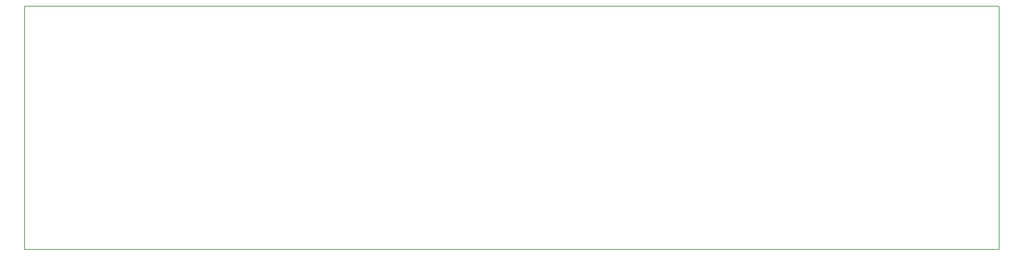
<source format=gbr>
G04 #@! TF.FileFunction,Profile,NP*
%FSLAX46Y46*%
G04 Gerber Fmt 4.6, Leading zero omitted, Abs format (unit mm)*
G04 Created by KiCad (PCBNEW 4.0.5+dfsg1-4) date Mon Apr  5 20:02:12 2021*
%MOMM*%
%LPD*%
G01*
G04 APERTURE LIST*
%ADD10C,0.100000*%
%ADD11C,0.150000*%
G04 APERTURE END LIST*
D10*
D11*
X26924000Y-67818000D02*
X37084000Y-67818000D01*
X26924000Y-127508000D02*
X26924000Y-67818000D01*
X37084000Y-127508000D02*
X26924000Y-127508000D01*
X265430000Y-127508000D02*
X255143000Y-127508000D01*
X265430000Y-67818000D02*
X265430000Y-127508000D01*
X255270000Y-67818000D02*
X265430000Y-67818000D01*
X37084000Y-127508000D02*
X255270000Y-127508000D01*
X255270000Y-67818000D02*
X37084000Y-67818000D01*
M02*

</source>
